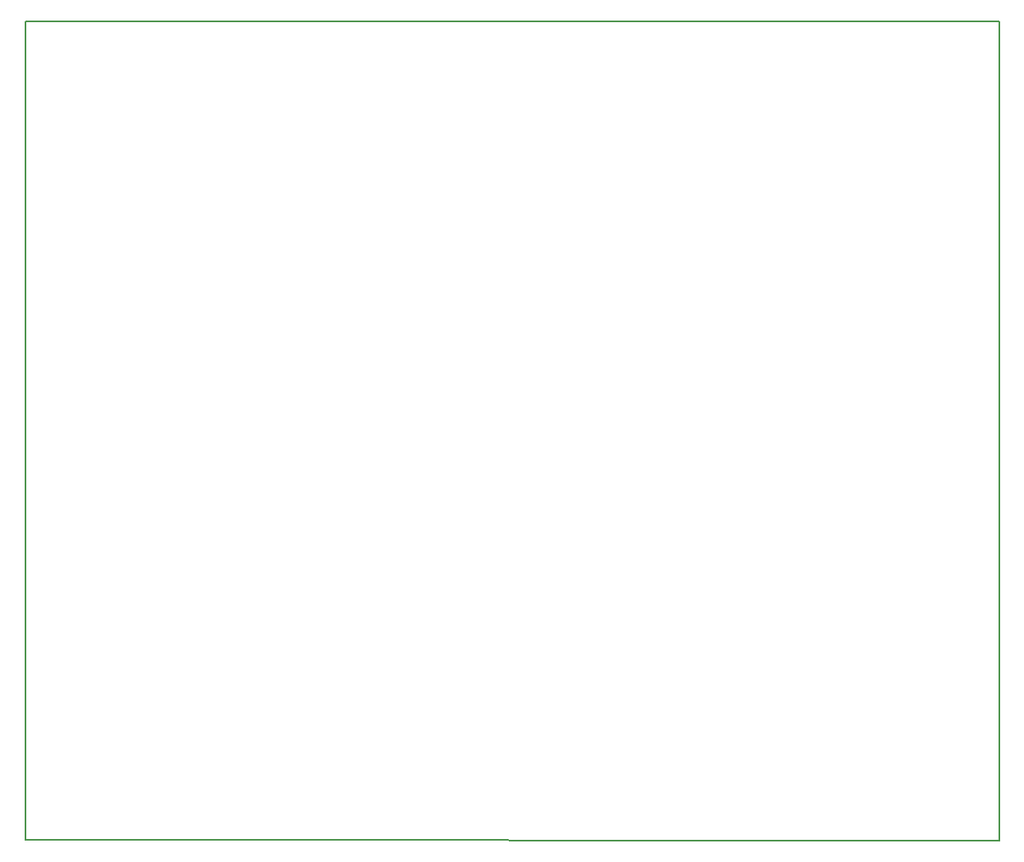
<source format=gbr>
G04 #@! TF.GenerationSoftware,KiCad,Pcbnew,(5.1.5)-3*
G04 #@! TF.CreationDate,2020-07-08T10:01:23+02:00*
G04 #@! TF.ProjectId,SBIO3,5342494f-332e-46b6-9963-61645f706362,rev?*
G04 #@! TF.SameCoordinates,Original*
G04 #@! TF.FileFunction,Other,User*
%FSLAX46Y46*%
G04 Gerber Fmt 4.6, Leading zero omitted, Abs format (unit mm)*
G04 Created by KiCad (PCBNEW (5.1.5)-3) date 2020-07-08 10:01:23*
%MOMM*%
%LPD*%
G04 APERTURE LIST*
%ADD10C,0.150000*%
G04 APERTURE END LIST*
D10*
X73025000Y-132015000D02*
X73025000Y-131445000D01*
X173355000Y-132080000D02*
X173355000Y-128905000D01*
X73025000Y-128905000D02*
X73025000Y-131445000D01*
X73025000Y-55880000D02*
X73025000Y-128905000D01*
X73025000Y-50165000D02*
X73025000Y-55880000D01*
X73025000Y-47625000D02*
X73025000Y-50165000D01*
X75565000Y-47625000D02*
X73025000Y-47625000D01*
X144145000Y-47625000D02*
X75565000Y-47625000D01*
X170815000Y-47625000D02*
X144145000Y-47625000D01*
X173355000Y-47625000D02*
X170815000Y-47625000D01*
X173355000Y-50165000D02*
X173355000Y-47625000D01*
X173355000Y-128905000D02*
X173355000Y-50165000D01*
X73025000Y-132015000D02*
X173355000Y-132080000D01*
M02*

</source>
